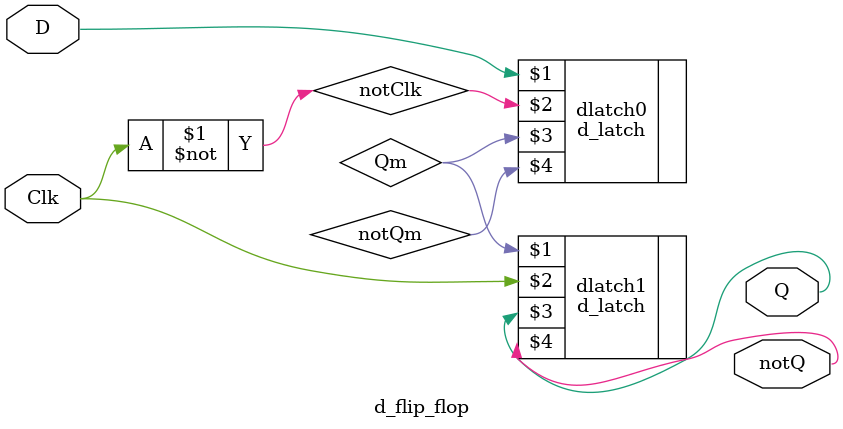
<source format=v>
`timescale 1ns / 1ps
`default_nettype none

module d_flip_flop(Q, notQ, Clk, D);
    output wire Q, notQ;
    input wire Clk, D;
    wire notClk, notNotClk;
    wire Qm, notQm;
    not not0(notClk, Clk);
    d_latch dlatch0(D, notClk, Qm, notQm);
    d_latch dlatch1(Qm, Clk, Q, notQ);
endmodule

</source>
